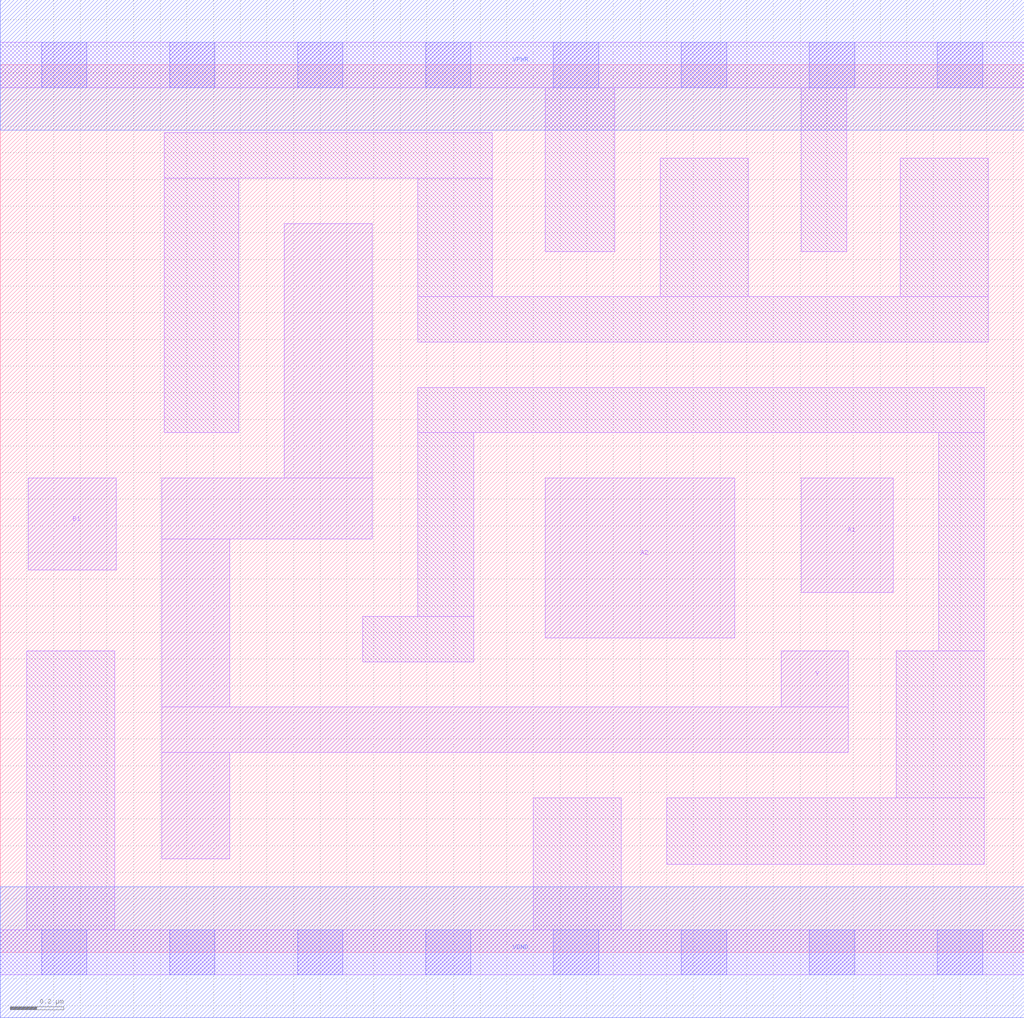
<source format=lef>
# Copyright 2020 The SkyWater PDK Authors
#
# Licensed under the Apache License, Version 2.0 (the "License");
# you may not use this file except in compliance with the License.
# You may obtain a copy of the License at
#
#     https://www.apache.org/licenses/LICENSE-2.0
#
# Unless required by applicable law or agreed to in writing, software
# distributed under the License is distributed on an "AS IS" BASIS,
# WITHOUT WARRANTIES OR CONDITIONS OF ANY KIND, either express or implied.
# See the License for the specific language governing permissions and
# limitations under the License.
#
# SPDX-License-Identifier: Apache-2.0

VERSION 5.7 ;
  NAMESCASESENSITIVE ON ;
  NOWIREEXTENSIONATPIN ON ;
  DIVIDERCHAR "/" ;
  BUSBITCHARS "[]" ;
UNITS
  DATABASE MICRONS 200 ;
END UNITS
MACRO sky130_fd_sc_hs__a21oi_2
  CLASS CORE ;
  SOURCE USER ;
  FOREIGN sky130_fd_sc_hs__a21oi_2 ;
  ORIGIN  0.000000  0.000000 ;
  SIZE  3.840000 BY  3.330000 ;
  SYMMETRY X Y ;
  SITE unit ;
  PIN A1
    ANTENNAGATEAREA  0.558000 ;
    DIRECTION INPUT ;
    USE SIGNAL ;
    PORT
      LAYER li1 ;
        RECT 3.005000 1.350000 3.350000 1.780000 ;
    END
  END A1
  PIN A2
    ANTENNAGATEAREA  0.558000 ;
    DIRECTION INPUT ;
    USE SIGNAL ;
    PORT
      LAYER li1 ;
        RECT 2.045000 1.180000 2.755000 1.780000 ;
    END
  END A2
  PIN B1
    ANTENNAGATEAREA  0.447000 ;
    DIRECTION INPUT ;
    USE SIGNAL ;
    PORT
      LAYER li1 ;
        RECT 0.105000 1.435000 0.435000 1.780000 ;
    END
  END B1
  PIN Y
    ANTENNADIFFAREA  0.739300 ;
    DIRECTION OUTPUT ;
    USE SIGNAL ;
    PORT
      LAYER li1 ;
        RECT 0.605000 0.350000 0.860000 0.750000 ;
        RECT 0.605000 0.750000 3.180000 0.920000 ;
        RECT 0.605000 0.920000 0.860000 1.550000 ;
        RECT 0.605000 1.550000 1.395000 1.780000 ;
        RECT 1.065000 1.780000 1.395000 2.735000 ;
        RECT 2.930000 0.920000 3.180000 1.130000 ;
    END
  END Y
  PIN VGND
    DIRECTION INOUT ;
    USE GROUND ;
    PORT
      LAYER met1 ;
        RECT 0.000000 -0.245000 3.840000 0.245000 ;
    END
  END VGND
  PIN VPWR
    DIRECTION INOUT ;
    USE POWER ;
    PORT
      LAYER met1 ;
        RECT 0.000000 3.085000 3.840000 3.575000 ;
    END
  END VPWR
  OBS
    LAYER li1 ;
      RECT 0.000000 -0.085000 3.840000 0.085000 ;
      RECT 0.000000  3.245000 3.840000 3.415000 ;
      RECT 0.100000  0.085000 0.430000 1.130000 ;
      RECT 0.615000  1.950000 0.895000 2.905000 ;
      RECT 0.615000  2.905000 1.845000 3.075000 ;
      RECT 1.360000  1.090000 1.775000 1.260000 ;
      RECT 1.565000  1.260000 1.775000 1.950000 ;
      RECT 1.565000  1.950000 3.690000 2.120000 ;
      RECT 1.565000  2.290000 3.705000 2.460000 ;
      RECT 1.565000  2.460000 1.845000 2.905000 ;
      RECT 2.000000  0.085000 2.330000 0.580000 ;
      RECT 2.045000  2.630000 2.305000 3.245000 ;
      RECT 2.475000  2.460000 2.805000 2.980000 ;
      RECT 2.500000  0.330000 3.690000 0.580000 ;
      RECT 3.005000  2.630000 3.175000 3.245000 ;
      RECT 3.360000  0.580000 3.690000 1.130000 ;
      RECT 3.375000  2.460000 3.705000 2.980000 ;
      RECT 3.520000  1.130000 3.690000 1.950000 ;
    LAYER mcon ;
      RECT 0.155000 -0.085000 0.325000 0.085000 ;
      RECT 0.155000  3.245000 0.325000 3.415000 ;
      RECT 0.635000 -0.085000 0.805000 0.085000 ;
      RECT 0.635000  3.245000 0.805000 3.415000 ;
      RECT 1.115000 -0.085000 1.285000 0.085000 ;
      RECT 1.115000  3.245000 1.285000 3.415000 ;
      RECT 1.595000 -0.085000 1.765000 0.085000 ;
      RECT 1.595000  3.245000 1.765000 3.415000 ;
      RECT 2.075000 -0.085000 2.245000 0.085000 ;
      RECT 2.075000  3.245000 2.245000 3.415000 ;
      RECT 2.555000 -0.085000 2.725000 0.085000 ;
      RECT 2.555000  3.245000 2.725000 3.415000 ;
      RECT 3.035000 -0.085000 3.205000 0.085000 ;
      RECT 3.035000  3.245000 3.205000 3.415000 ;
      RECT 3.515000 -0.085000 3.685000 0.085000 ;
      RECT 3.515000  3.245000 3.685000 3.415000 ;
  END
END sky130_fd_sc_hs__a21oi_2

</source>
